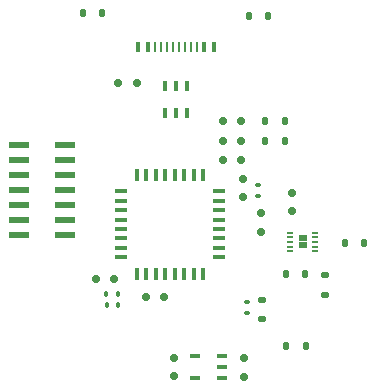
<source format=gbr>
%TF.GenerationSoftware,KiCad,Pcbnew,8.0.8*%
%TF.CreationDate,2025-04-07T17:04:07+02:00*%
%TF.ProjectId,Schematics_batterie,53636865-6d61-4746-9963-735f62617474,rev?*%
%TF.SameCoordinates,Original*%
%TF.FileFunction,Paste,Top*%
%TF.FilePolarity,Positive*%
%FSLAX46Y46*%
G04 Gerber Fmt 4.6, Leading zero omitted, Abs format (unit mm)*
G04 Created by KiCad (PCBNEW 8.0.8) date 2025-04-07 17:04:07*
%MOMM*%
%LPD*%
G01*
G04 APERTURE LIST*
G04 Aperture macros list*
%AMRoundRect*
0 Rectangle with rounded corners*
0 $1 Rounding radius*
0 $2 $3 $4 $5 $6 $7 $8 $9 X,Y pos of 4 corners*
0 Add a 4 corners polygon primitive as box body*
4,1,4,$2,$3,$4,$5,$6,$7,$8,$9,$2,$3,0*
0 Add four circle primitives for the rounded corners*
1,1,$1+$1,$2,$3*
1,1,$1+$1,$4,$5*
1,1,$1+$1,$6,$7*
1,1,$1+$1,$8,$9*
0 Add four rect primitives between the rounded corners*
20,1,$1+$1,$2,$3,$4,$5,0*
20,1,$1+$1,$4,$5,$6,$7,0*
20,1,$1+$1,$6,$7,$8,$9,0*
20,1,$1+$1,$8,$9,$2,$3,0*%
G04 Aperture macros list end*
%ADD10RoundRect,0.157500X0.175000X-0.157500X0.175000X0.157500X-0.175000X0.157500X-0.175000X-0.157500X0*%
%ADD11RoundRect,0.140000X-0.140000X-0.192500X0.140000X-0.192500X0.140000X0.192500X-0.140000X0.192500X0*%
%ADD12RoundRect,0.098000X0.098000X0.119000X-0.098000X0.119000X-0.098000X-0.119000X0.098000X-0.119000X0*%
%ADD13RoundRect,0.105000X0.105000X0.350000X-0.105000X0.350000X-0.105000X-0.350000X0.105000X-0.350000X0*%
%ADD14RoundRect,0.052500X0.052500X0.402500X-0.052500X0.402500X-0.052500X-0.402500X0.052500X-0.402500X0*%
%ADD15RoundRect,0.140000X0.192500X-0.140000X0.192500X0.140000X-0.192500X0.140000X-0.192500X-0.140000X0*%
%ADD16RoundRect,0.153125X0.153125X0.179375X-0.153125X0.179375X-0.153125X-0.179375X0.153125X-0.179375X0*%
%ADD17RoundRect,0.087500X0.087500X-0.437500X0.087500X0.437500X-0.087500X0.437500X-0.087500X-0.437500X0*%
%ADD18RoundRect,0.087500X0.437500X-0.087500X0.437500X0.087500X-0.437500X0.087500X-0.437500X-0.087500X0*%
%ADD19RoundRect,0.157500X0.157500X0.175000X-0.157500X0.175000X-0.157500X-0.175000X0.157500X-0.175000X0*%
%ADD20RoundRect,0.157500X-0.157500X-0.175000X0.157500X-0.175000X0.157500X0.175000X-0.157500X0.175000X0*%
%ADD21RoundRect,0.140000X0.140000X0.192500X-0.140000X0.192500X-0.140000X-0.192500X0.140000X-0.192500X0*%
%ADD22RoundRect,0.157500X-0.175000X0.157500X-0.175000X-0.157500X0.175000X-0.157500X0.175000X0.157500X0*%
%ADD23RoundRect,0.140000X-0.192500X0.140000X-0.192500X-0.140000X0.192500X-0.140000X0.192500X0.140000X0*%
%ADD24RoundRect,0.105000X-0.105000X0.358750X-0.105000X-0.358750X0.105000X-0.358750X0.105000X0.358750X0*%
%ADD25RoundRect,0.105000X0.358750X0.105000X-0.358750X0.105000X-0.358750X-0.105000X0.358750X-0.105000X0*%
%ADD26RoundRect,0.098000X0.119000X-0.098000X0.119000X0.098000X-0.119000X0.098000X-0.119000X-0.098000X0*%
%ADD27RoundRect,0.082500X-0.082500X-0.190000X0.082500X-0.190000X0.082500X0.190000X-0.082500X0.190000X0*%
%ADD28RoundRect,0.043750X-0.245000X-0.043750X0.245000X-0.043750X0.245000X0.043750X-0.245000X0.043750X0*%
%ADD29R,1.680000X0.518000*%
G04 APERTURE END LIST*
D10*
%TO.C,C2*%
X130700000Y-68550000D03*
X130700000Y-67000000D03*
%TD*%
D11*
%TO.C,R1*%
X131075000Y-60850000D03*
X132725000Y-60850000D03*
%TD*%
D12*
%TO.C,C10*%
X118560000Y-73800000D03*
X117600000Y-73800000D03*
%TD*%
D13*
%TO.C,J1*%
X126700000Y-52920000D03*
X125900000Y-52920000D03*
D14*
X124750000Y-52920000D03*
X123750000Y-52920000D03*
X123250000Y-52920000D03*
X122250000Y-52920000D03*
D13*
X121100000Y-52920000D03*
X120300000Y-52920000D03*
X120300000Y-52920000D03*
X121100000Y-52920000D03*
D14*
X121750000Y-52920000D03*
X122750000Y-52920000D03*
X124250000Y-52920000D03*
X125250000Y-52920000D03*
D13*
X125900000Y-52920000D03*
X126700000Y-52920000D03*
%TD*%
D15*
%TO.C,R9*%
X130750000Y-75975000D03*
X130750000Y-74325000D03*
%TD*%
D16*
%TO.C,D2*%
X129037500Y-59200000D03*
X127462500Y-59200000D03*
%TD*%
D17*
%TO.C,U2*%
X120200000Y-72100000D03*
X121000000Y-72100000D03*
X121800000Y-72100000D03*
X122600000Y-72100000D03*
X123400000Y-72100000D03*
X124200000Y-72100000D03*
X125000000Y-72100000D03*
X125800000Y-72100000D03*
D18*
X127175000Y-70725000D03*
X127175000Y-69925000D03*
X127175000Y-69125000D03*
X127175000Y-68325000D03*
X127175000Y-67525000D03*
X127175000Y-66725000D03*
X127175000Y-65925000D03*
X127175000Y-65125000D03*
D17*
X125800000Y-63750000D03*
X125000000Y-63750000D03*
X124200000Y-63750000D03*
X123400000Y-63750000D03*
X122600000Y-63750000D03*
X121800000Y-63750000D03*
X121000000Y-63750000D03*
X120200000Y-63750000D03*
D18*
X118825000Y-65125000D03*
X118825000Y-65925000D03*
X118825000Y-66725000D03*
X118825000Y-67525000D03*
X118825000Y-68325000D03*
X118825000Y-69125000D03*
X118825000Y-69925000D03*
X118825000Y-70725000D03*
%TD*%
D11*
%TO.C,R5*%
X137775000Y-69500000D03*
X139425000Y-69500000D03*
%TD*%
D10*
%TO.C,C4*%
X129300000Y-80837500D03*
X129300000Y-79287500D03*
%TD*%
D19*
%TO.C,C11*%
X122525000Y-74050000D03*
X120975000Y-74050000D03*
%TD*%
D20*
%TO.C,C1*%
X118625000Y-55962500D03*
X120175000Y-55962500D03*
%TD*%
D16*
%TO.C,L1*%
X129037500Y-62500000D03*
X127462500Y-62500000D03*
%TD*%
D11*
%TO.C,R4*%
X115625000Y-50075000D03*
X117275000Y-50075000D03*
%TD*%
D19*
%TO.C,C7*%
X118275000Y-72550000D03*
X116725000Y-72550000D03*
%TD*%
D10*
%TO.C,C5*%
X123300000Y-80787500D03*
X123300000Y-79237500D03*
%TD*%
D21*
%TO.C,R8*%
X134475000Y-78225000D03*
X132825000Y-78225000D03*
%TD*%
D22*
%TO.C,C3*%
X133350000Y-65275000D03*
X133350000Y-66825000D03*
%TD*%
D23*
%TO.C,R6*%
X136150000Y-72225000D03*
X136150000Y-73875000D03*
%TD*%
D16*
%TO.C,D1*%
X129037500Y-60900000D03*
X127462500Y-60900000D03*
%TD*%
D24*
%TO.C,U3*%
X124450000Y-56225000D03*
X123500000Y-56225000D03*
X122550000Y-56225000D03*
X122550000Y-58500000D03*
X123500000Y-58500000D03*
X124450000Y-58500000D03*
%TD*%
D10*
%TO.C,C6*%
X129150000Y-65625000D03*
X129150000Y-64075000D03*
%TD*%
D25*
%TO.C,U1*%
X127387500Y-80962500D03*
X127387500Y-80012500D03*
X127387500Y-79062500D03*
X125112500Y-79062500D03*
X125112500Y-80962500D03*
%TD*%
D26*
%TO.C,C8*%
X130450000Y-65550000D03*
X130450000Y-64590000D03*
%TD*%
D27*
%TO.C,IC1*%
X134050000Y-69110000D03*
X134050000Y-69710000D03*
X134440000Y-69110000D03*
X134450000Y-69700000D03*
D28*
X133187500Y-68630000D03*
X133187500Y-69030000D03*
X133187500Y-69430000D03*
X133187500Y-69830000D03*
X133187500Y-70230000D03*
X135300000Y-70230000D03*
X135300000Y-69830000D03*
X135300000Y-69430000D03*
X135300000Y-69030000D03*
X135300000Y-68630000D03*
%TD*%
D12*
%TO.C,C9*%
X118580000Y-74750000D03*
X117620000Y-74750000D03*
%TD*%
D21*
%TO.C,R3*%
X134425000Y-72100000D03*
X132775000Y-72100000D03*
%TD*%
D11*
%TO.C,R7*%
X131075000Y-59200000D03*
X132725000Y-59200000D03*
%TD*%
D26*
%TO.C,C12*%
X129500000Y-75455000D03*
X129500000Y-74495000D03*
%TD*%
D11*
%TO.C,R2*%
X129675000Y-50325000D03*
X131325000Y-50325000D03*
%TD*%
D29*
%TO.C,J4*%
X110200000Y-61190000D03*
X114100000Y-61190000D03*
X110200000Y-62460000D03*
X114100000Y-62460000D03*
X110200000Y-63730000D03*
X114100000Y-63730000D03*
X110200000Y-65000000D03*
X114100000Y-65000000D03*
X110200000Y-66270000D03*
X114100000Y-66270000D03*
X110200000Y-67540000D03*
X114100000Y-67540000D03*
X110200000Y-68810000D03*
X114100000Y-68810000D03*
%TD*%
M02*

</source>
